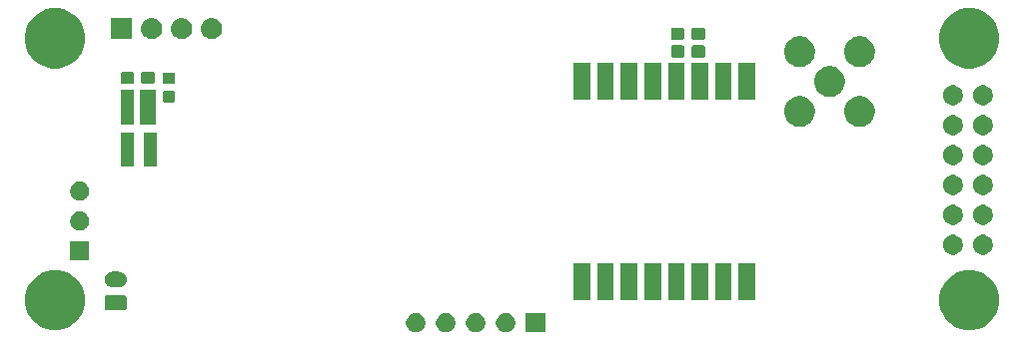
<source format=gts>
G04 #@! TF.GenerationSoftware,KiCad,Pcbnew,6.0.0-rc1-unknown-ad9916a~66~ubuntu18.04.1*
G04 #@! TF.CreationDate,2018-11-28T19:20:37-03:00*
G04 #@! TF.ProjectId,Femtosat,46656d74-6f73-4617-942e-6b696361645f,rev?*
G04 #@! TF.SameCoordinates,Original*
G04 #@! TF.FileFunction,Soldermask,Top*
G04 #@! TF.FilePolarity,Negative*
%FSLAX46Y46*%
G04 Gerber Fmt 4.6, Leading zero omitted, Abs format (unit mm)*
G04 Created by KiCad (PCBNEW 6.0.0-rc1-unknown-ad9916a~66~ubuntu18.04.1) date mié 28 nov 2018 19:20:37 -03*
%MOMM*%
%LPD*%
G01*
G04 APERTURE LIST*
%ADD10C,0.100000*%
G04 APERTURE END LIST*
D10*
G36*
X135157142Y-79648242D02*
X135305102Y-79709530D01*
X135438258Y-79798502D01*
X135551498Y-79911742D01*
X135640470Y-80044898D01*
X135701758Y-80192858D01*
X135733000Y-80349925D01*
X135733000Y-80510075D01*
X135701758Y-80667142D01*
X135656805Y-80775666D01*
X135640471Y-80815100D01*
X135551499Y-80948257D01*
X135438257Y-81061499D01*
X135372130Y-81105683D01*
X135305102Y-81150470D01*
X135157142Y-81211758D01*
X135000075Y-81243000D01*
X134839925Y-81243000D01*
X134682858Y-81211758D01*
X134534898Y-81150470D01*
X134467870Y-81105683D01*
X134401743Y-81061499D01*
X134288501Y-80948257D01*
X134199529Y-80815100D01*
X134183195Y-80775666D01*
X134138242Y-80667142D01*
X134107000Y-80510075D01*
X134107000Y-80349925D01*
X134138242Y-80192858D01*
X134199530Y-80044898D01*
X134288502Y-79911742D01*
X134401742Y-79798502D01*
X134534898Y-79709530D01*
X134682858Y-79648242D01*
X134839925Y-79617000D01*
X135000075Y-79617000D01*
X135157142Y-79648242D01*
X135157142Y-79648242D01*
G37*
G36*
X142777142Y-79648242D02*
X142925102Y-79709530D01*
X143058258Y-79798502D01*
X143171498Y-79911742D01*
X143260470Y-80044898D01*
X143321758Y-80192858D01*
X143353000Y-80349925D01*
X143353000Y-80510075D01*
X143321758Y-80667142D01*
X143276805Y-80775666D01*
X143260471Y-80815100D01*
X143171499Y-80948257D01*
X143058257Y-81061499D01*
X142992130Y-81105683D01*
X142925102Y-81150470D01*
X142777142Y-81211758D01*
X142620075Y-81243000D01*
X142459925Y-81243000D01*
X142302858Y-81211758D01*
X142154898Y-81150470D01*
X142087870Y-81105683D01*
X142021743Y-81061499D01*
X141908501Y-80948257D01*
X141819529Y-80815100D01*
X141803195Y-80775666D01*
X141758242Y-80667142D01*
X141727000Y-80510075D01*
X141727000Y-80349925D01*
X141758242Y-80192858D01*
X141819530Y-80044898D01*
X141908502Y-79911742D01*
X142021742Y-79798502D01*
X142154898Y-79709530D01*
X142302858Y-79648242D01*
X142459925Y-79617000D01*
X142620075Y-79617000D01*
X142777142Y-79648242D01*
X142777142Y-79648242D01*
G37*
G36*
X145893000Y-81243000D02*
X144267000Y-81243000D01*
X144267000Y-79617000D01*
X145893000Y-79617000D01*
X145893000Y-81243000D01*
X145893000Y-81243000D01*
G37*
G36*
X137697142Y-79648242D02*
X137845102Y-79709530D01*
X137978258Y-79798502D01*
X138091498Y-79911742D01*
X138180470Y-80044898D01*
X138241758Y-80192858D01*
X138273000Y-80349925D01*
X138273000Y-80510075D01*
X138241758Y-80667142D01*
X138196805Y-80775666D01*
X138180471Y-80815100D01*
X138091499Y-80948257D01*
X137978257Y-81061499D01*
X137912130Y-81105683D01*
X137845102Y-81150470D01*
X137697142Y-81211758D01*
X137540075Y-81243000D01*
X137379925Y-81243000D01*
X137222858Y-81211758D01*
X137074898Y-81150470D01*
X137007870Y-81105683D01*
X136941743Y-81061499D01*
X136828501Y-80948257D01*
X136739529Y-80815100D01*
X136723195Y-80775666D01*
X136678242Y-80667142D01*
X136647000Y-80510075D01*
X136647000Y-80349925D01*
X136678242Y-80192858D01*
X136739530Y-80044898D01*
X136828502Y-79911742D01*
X136941742Y-79798502D01*
X137074898Y-79709530D01*
X137222858Y-79648242D01*
X137379925Y-79617000D01*
X137540075Y-79617000D01*
X137697142Y-79648242D01*
X137697142Y-79648242D01*
G37*
G36*
X140237142Y-79648242D02*
X140385102Y-79709530D01*
X140518258Y-79798502D01*
X140631498Y-79911742D01*
X140720470Y-80044898D01*
X140781758Y-80192858D01*
X140813000Y-80349925D01*
X140813000Y-80510075D01*
X140781758Y-80667142D01*
X140736805Y-80775666D01*
X140720471Y-80815100D01*
X140631499Y-80948257D01*
X140518257Y-81061499D01*
X140452130Y-81105683D01*
X140385102Y-81150470D01*
X140237142Y-81211758D01*
X140080075Y-81243000D01*
X139919925Y-81243000D01*
X139762858Y-81211758D01*
X139614898Y-81150470D01*
X139547870Y-81105683D01*
X139481743Y-81061499D01*
X139368501Y-80948257D01*
X139279529Y-80815100D01*
X139263195Y-80775666D01*
X139218242Y-80667142D01*
X139187000Y-80510075D01*
X139187000Y-80349925D01*
X139218242Y-80192858D01*
X139279530Y-80044898D01*
X139368502Y-79911742D01*
X139481742Y-79798502D01*
X139614898Y-79709530D01*
X139762858Y-79648242D01*
X139919925Y-79617000D01*
X140080075Y-79617000D01*
X140237142Y-79648242D01*
X140237142Y-79648242D01*
G37*
G36*
X105104096Y-76062033D02*
X105104098Y-76062034D01*
X105104099Y-76062034D01*
X105568352Y-76254333D01*
X105766264Y-76386574D01*
X105986171Y-76533511D01*
X106341489Y-76888829D01*
X106341491Y-76888832D01*
X106620667Y-77306648D01*
X106812966Y-77770901D01*
X106812967Y-77770904D01*
X106911000Y-78263747D01*
X106911000Y-78766253D01*
X106818048Y-79233553D01*
X106812966Y-79259099D01*
X106620667Y-79723352D01*
X106405815Y-80044900D01*
X106341489Y-80141171D01*
X105986171Y-80496489D01*
X105986168Y-80496491D01*
X105568352Y-80775667D01*
X105104099Y-80967966D01*
X105104098Y-80967966D01*
X105104096Y-80967967D01*
X104611253Y-81066000D01*
X104108747Y-81066000D01*
X103615904Y-80967967D01*
X103615902Y-80967966D01*
X103615901Y-80967966D01*
X103151648Y-80775667D01*
X102733832Y-80496491D01*
X102733829Y-80496489D01*
X102378511Y-80141171D01*
X102314185Y-80044900D01*
X102099333Y-79723352D01*
X101907034Y-79259099D01*
X101901953Y-79233553D01*
X101809000Y-78766253D01*
X101809000Y-78263747D01*
X101907033Y-77770904D01*
X101907034Y-77770901D01*
X102099333Y-77306648D01*
X102378509Y-76888832D01*
X102378511Y-76888829D01*
X102733829Y-76533511D01*
X102953736Y-76386574D01*
X103151648Y-76254333D01*
X103615901Y-76062034D01*
X103615902Y-76062034D01*
X103615904Y-76062033D01*
X104108747Y-75964000D01*
X104611253Y-75964000D01*
X105104096Y-76062033D01*
X105104096Y-76062033D01*
G37*
G36*
X182584096Y-76062033D02*
X182584098Y-76062034D01*
X182584099Y-76062034D01*
X183048352Y-76254333D01*
X183246264Y-76386574D01*
X183466171Y-76533511D01*
X183821489Y-76888829D01*
X183821491Y-76888832D01*
X184100667Y-77306648D01*
X184292966Y-77770901D01*
X184292967Y-77770904D01*
X184391000Y-78263747D01*
X184391000Y-78766253D01*
X184298048Y-79233553D01*
X184292966Y-79259099D01*
X184100667Y-79723352D01*
X183885815Y-80044900D01*
X183821489Y-80141171D01*
X183466171Y-80496489D01*
X183466168Y-80496491D01*
X183048352Y-80775667D01*
X182584099Y-80967966D01*
X182584098Y-80967966D01*
X182584096Y-80967967D01*
X182091253Y-81066000D01*
X181588747Y-81066000D01*
X181095904Y-80967967D01*
X181095902Y-80967966D01*
X181095901Y-80967966D01*
X180631648Y-80775667D01*
X180213832Y-80496491D01*
X180213829Y-80496489D01*
X179858511Y-80141171D01*
X179794185Y-80044900D01*
X179579333Y-79723352D01*
X179387034Y-79259099D01*
X179381953Y-79233553D01*
X179289000Y-78766253D01*
X179289000Y-78263747D01*
X179387033Y-77770904D01*
X179387034Y-77770901D01*
X179579333Y-77306648D01*
X179858509Y-76888832D01*
X179858511Y-76888829D01*
X180213829Y-76533511D01*
X180433736Y-76386574D01*
X180631648Y-76254333D01*
X181095901Y-76062034D01*
X181095902Y-76062034D01*
X181095904Y-76062033D01*
X181588747Y-75964000D01*
X182091253Y-75964000D01*
X182584096Y-76062033D01*
X182584096Y-76062033D01*
G37*
G36*
X110266242Y-78103404D02*
X110303339Y-78114657D01*
X110337520Y-78132927D01*
X110367482Y-78157518D01*
X110392073Y-78187480D01*
X110410343Y-78221661D01*
X110421596Y-78258758D01*
X110426000Y-78303473D01*
X110426000Y-79196527D01*
X110421596Y-79241242D01*
X110410343Y-79278339D01*
X110392073Y-79312520D01*
X110367482Y-79342482D01*
X110337520Y-79367073D01*
X110303339Y-79385343D01*
X110266242Y-79396596D01*
X110221527Y-79401000D01*
X108778473Y-79401000D01*
X108733758Y-79396596D01*
X108696661Y-79385343D01*
X108662480Y-79367073D01*
X108632518Y-79342482D01*
X108607927Y-79312520D01*
X108589657Y-79278339D01*
X108578404Y-79241242D01*
X108574000Y-79196527D01*
X108574000Y-78303473D01*
X108578404Y-78258758D01*
X108589657Y-78221661D01*
X108607927Y-78187480D01*
X108632518Y-78157518D01*
X108662480Y-78132927D01*
X108696661Y-78114657D01*
X108733758Y-78103404D01*
X108778473Y-78099000D01*
X110221527Y-78099000D01*
X110266242Y-78103404D01*
X110266242Y-78103404D01*
G37*
G36*
X153701000Y-78501000D02*
X152299000Y-78501000D01*
X152299000Y-75399000D01*
X153701000Y-75399000D01*
X153701000Y-78501000D01*
X153701000Y-78501000D01*
G37*
G36*
X149701000Y-78501000D02*
X148299000Y-78501000D01*
X148299000Y-75399000D01*
X149701000Y-75399000D01*
X149701000Y-78501000D01*
X149701000Y-78501000D01*
G37*
G36*
X151701000Y-78501000D02*
X150299000Y-78501000D01*
X150299000Y-75399000D01*
X151701000Y-75399000D01*
X151701000Y-78501000D01*
X151701000Y-78501000D01*
G37*
G36*
X155701000Y-78501000D02*
X154299000Y-78501000D01*
X154299000Y-75399000D01*
X155701000Y-75399000D01*
X155701000Y-78501000D01*
X155701000Y-78501000D01*
G37*
G36*
X157701000Y-78501000D02*
X156299000Y-78501000D01*
X156299000Y-75399000D01*
X157701000Y-75399000D01*
X157701000Y-78501000D01*
X157701000Y-78501000D01*
G37*
G36*
X159701000Y-78501000D02*
X158299000Y-78501000D01*
X158299000Y-75399000D01*
X159701000Y-75399000D01*
X159701000Y-78501000D01*
X159701000Y-78501000D01*
G37*
G36*
X161701000Y-78501000D02*
X160299000Y-78501000D01*
X160299000Y-75399000D01*
X161701000Y-75399000D01*
X161701000Y-78501000D01*
X161701000Y-78501000D01*
G37*
G36*
X163701000Y-78501000D02*
X162299000Y-78501000D01*
X162299000Y-75399000D01*
X163701000Y-75399000D01*
X163701000Y-78501000D01*
X163701000Y-78501000D01*
G37*
G36*
X109838855Y-76102140D02*
X109902618Y-76108420D01*
X109984427Y-76133237D01*
X110025333Y-76145645D01*
X110125491Y-76199181D01*
X110138426Y-76206095D01*
X110237553Y-76287447D01*
X110318905Y-76386574D01*
X110318906Y-76386576D01*
X110379355Y-76499667D01*
X110379355Y-76499668D01*
X110416580Y-76622382D01*
X110429149Y-76750000D01*
X110416580Y-76877618D01*
X110413179Y-76888829D01*
X110379355Y-77000333D01*
X110325819Y-77100491D01*
X110318905Y-77113426D01*
X110237553Y-77212553D01*
X110138426Y-77293905D01*
X110138424Y-77293906D01*
X110025333Y-77354355D01*
X109984427Y-77366763D01*
X109902618Y-77391580D01*
X109838855Y-77397860D01*
X109806974Y-77401000D01*
X109193026Y-77401000D01*
X109161145Y-77397860D01*
X109097382Y-77391580D01*
X109015573Y-77366763D01*
X108974667Y-77354355D01*
X108861576Y-77293906D01*
X108861574Y-77293905D01*
X108762447Y-77212553D01*
X108681095Y-77113426D01*
X108674181Y-77100491D01*
X108620645Y-77000333D01*
X108586821Y-76888829D01*
X108583420Y-76877618D01*
X108570851Y-76750000D01*
X108583420Y-76622382D01*
X108620645Y-76499668D01*
X108620645Y-76499667D01*
X108681094Y-76386576D01*
X108681095Y-76386574D01*
X108762447Y-76287447D01*
X108861574Y-76206095D01*
X108874509Y-76199181D01*
X108974667Y-76145645D01*
X109015573Y-76133237D01*
X109097382Y-76108420D01*
X109161145Y-76102140D01*
X109193026Y-76099000D01*
X109806974Y-76099000D01*
X109838855Y-76102140D01*
X109838855Y-76102140D01*
G37*
G36*
X107263000Y-75153000D02*
X105637000Y-75153000D01*
X105637000Y-73527000D01*
X107263000Y-73527000D01*
X107263000Y-75153000D01*
X107263000Y-75153000D01*
G37*
G36*
X183228228Y-72996703D02*
X183383100Y-73060853D01*
X183522481Y-73153985D01*
X183641015Y-73272519D01*
X183734147Y-73411900D01*
X183798297Y-73566772D01*
X183831000Y-73731184D01*
X183831000Y-73898816D01*
X183798297Y-74063228D01*
X183734147Y-74218100D01*
X183641015Y-74357481D01*
X183522481Y-74476015D01*
X183383100Y-74569147D01*
X183228228Y-74633297D01*
X183063816Y-74666000D01*
X182896184Y-74666000D01*
X182731772Y-74633297D01*
X182576900Y-74569147D01*
X182437519Y-74476015D01*
X182318985Y-74357481D01*
X182225853Y-74218100D01*
X182161703Y-74063228D01*
X182129000Y-73898816D01*
X182129000Y-73731184D01*
X182161703Y-73566772D01*
X182225853Y-73411900D01*
X182318985Y-73272519D01*
X182437519Y-73153985D01*
X182576900Y-73060853D01*
X182731772Y-72996703D01*
X182896184Y-72964000D01*
X183063816Y-72964000D01*
X183228228Y-72996703D01*
X183228228Y-72996703D01*
G37*
G36*
X180688228Y-72996703D02*
X180843100Y-73060853D01*
X180982481Y-73153985D01*
X181101015Y-73272519D01*
X181194147Y-73411900D01*
X181258297Y-73566772D01*
X181291000Y-73731184D01*
X181291000Y-73898816D01*
X181258297Y-74063228D01*
X181194147Y-74218100D01*
X181101015Y-74357481D01*
X180982481Y-74476015D01*
X180843100Y-74569147D01*
X180688228Y-74633297D01*
X180523816Y-74666000D01*
X180356184Y-74666000D01*
X180191772Y-74633297D01*
X180036900Y-74569147D01*
X179897519Y-74476015D01*
X179778985Y-74357481D01*
X179685853Y-74218100D01*
X179621703Y-74063228D01*
X179589000Y-73898816D01*
X179589000Y-73731184D01*
X179621703Y-73566772D01*
X179685853Y-73411900D01*
X179778985Y-73272519D01*
X179897519Y-73153985D01*
X180036900Y-73060853D01*
X180191772Y-72996703D01*
X180356184Y-72964000D01*
X180523816Y-72964000D01*
X180688228Y-72996703D01*
X180688228Y-72996703D01*
G37*
G36*
X106687142Y-71018242D02*
X106835102Y-71079530D01*
X106968258Y-71168502D01*
X107081498Y-71281742D01*
X107170470Y-71414898D01*
X107231758Y-71562858D01*
X107263000Y-71719925D01*
X107263000Y-71880075D01*
X107231758Y-72037142D01*
X107170470Y-72185102D01*
X107081498Y-72318258D01*
X106968258Y-72431498D01*
X106835102Y-72520470D01*
X106687142Y-72581758D01*
X106530075Y-72613000D01*
X106369925Y-72613000D01*
X106212858Y-72581758D01*
X106064898Y-72520470D01*
X105931742Y-72431498D01*
X105818502Y-72318258D01*
X105729530Y-72185102D01*
X105668242Y-72037142D01*
X105637000Y-71880075D01*
X105637000Y-71719925D01*
X105668242Y-71562858D01*
X105729530Y-71414898D01*
X105818502Y-71281742D01*
X105931742Y-71168502D01*
X106064898Y-71079530D01*
X106212858Y-71018242D01*
X106369925Y-70987000D01*
X106530075Y-70987000D01*
X106687142Y-71018242D01*
X106687142Y-71018242D01*
G37*
G36*
X183228228Y-70456703D02*
X183383100Y-70520853D01*
X183522481Y-70613985D01*
X183641015Y-70732519D01*
X183734147Y-70871900D01*
X183798297Y-71026772D01*
X183831000Y-71191184D01*
X183831000Y-71358816D01*
X183798297Y-71523228D01*
X183734147Y-71678100D01*
X183641015Y-71817481D01*
X183522481Y-71936015D01*
X183383100Y-72029147D01*
X183228228Y-72093297D01*
X183063816Y-72126000D01*
X182896184Y-72126000D01*
X182731772Y-72093297D01*
X182576900Y-72029147D01*
X182437519Y-71936015D01*
X182318985Y-71817481D01*
X182225853Y-71678100D01*
X182161703Y-71523228D01*
X182129000Y-71358816D01*
X182129000Y-71191184D01*
X182161703Y-71026772D01*
X182225853Y-70871900D01*
X182318985Y-70732519D01*
X182437519Y-70613985D01*
X182576900Y-70520853D01*
X182731772Y-70456703D01*
X182896184Y-70424000D01*
X183063816Y-70424000D01*
X183228228Y-70456703D01*
X183228228Y-70456703D01*
G37*
G36*
X180688228Y-70456703D02*
X180843100Y-70520853D01*
X180982481Y-70613985D01*
X181101015Y-70732519D01*
X181194147Y-70871900D01*
X181258297Y-71026772D01*
X181291000Y-71191184D01*
X181291000Y-71358816D01*
X181258297Y-71523228D01*
X181194147Y-71678100D01*
X181101015Y-71817481D01*
X180982481Y-71936015D01*
X180843100Y-72029147D01*
X180688228Y-72093297D01*
X180523816Y-72126000D01*
X180356184Y-72126000D01*
X180191772Y-72093297D01*
X180036900Y-72029147D01*
X179897519Y-71936015D01*
X179778985Y-71817481D01*
X179685853Y-71678100D01*
X179621703Y-71523228D01*
X179589000Y-71358816D01*
X179589000Y-71191184D01*
X179621703Y-71026772D01*
X179685853Y-70871900D01*
X179778985Y-70732519D01*
X179897519Y-70613985D01*
X180036900Y-70520853D01*
X180191772Y-70456703D01*
X180356184Y-70424000D01*
X180523816Y-70424000D01*
X180688228Y-70456703D01*
X180688228Y-70456703D01*
G37*
G36*
X106687142Y-68478242D02*
X106835102Y-68539530D01*
X106968258Y-68628502D01*
X107081498Y-68741742D01*
X107170470Y-68874898D01*
X107231758Y-69022858D01*
X107263000Y-69179925D01*
X107263000Y-69340075D01*
X107231758Y-69497142D01*
X107170470Y-69645102D01*
X107081498Y-69778258D01*
X106968258Y-69891498D01*
X106835102Y-69980470D01*
X106687142Y-70041758D01*
X106530075Y-70073000D01*
X106369925Y-70073000D01*
X106212858Y-70041758D01*
X106064898Y-69980470D01*
X105931742Y-69891498D01*
X105818502Y-69778258D01*
X105729530Y-69645102D01*
X105668242Y-69497142D01*
X105637000Y-69340075D01*
X105637000Y-69179925D01*
X105668242Y-69022858D01*
X105729530Y-68874898D01*
X105818502Y-68741742D01*
X105931742Y-68628502D01*
X106064898Y-68539530D01*
X106212858Y-68478242D01*
X106369925Y-68447000D01*
X106530075Y-68447000D01*
X106687142Y-68478242D01*
X106687142Y-68478242D01*
G37*
G36*
X183228228Y-67916703D02*
X183383100Y-67980853D01*
X183522481Y-68073985D01*
X183641015Y-68192519D01*
X183734147Y-68331900D01*
X183798297Y-68486772D01*
X183831000Y-68651184D01*
X183831000Y-68818816D01*
X183798297Y-68983228D01*
X183734147Y-69138100D01*
X183641015Y-69277481D01*
X183522481Y-69396015D01*
X183383100Y-69489147D01*
X183228228Y-69553297D01*
X183063816Y-69586000D01*
X182896184Y-69586000D01*
X182731772Y-69553297D01*
X182576900Y-69489147D01*
X182437519Y-69396015D01*
X182318985Y-69277481D01*
X182225853Y-69138100D01*
X182161703Y-68983228D01*
X182129000Y-68818816D01*
X182129000Y-68651184D01*
X182161703Y-68486772D01*
X182225853Y-68331900D01*
X182318985Y-68192519D01*
X182437519Y-68073985D01*
X182576900Y-67980853D01*
X182731772Y-67916703D01*
X182896184Y-67884000D01*
X183063816Y-67884000D01*
X183228228Y-67916703D01*
X183228228Y-67916703D01*
G37*
G36*
X180688228Y-67916703D02*
X180843100Y-67980853D01*
X180982481Y-68073985D01*
X181101015Y-68192519D01*
X181194147Y-68331900D01*
X181258297Y-68486772D01*
X181291000Y-68651184D01*
X181291000Y-68818816D01*
X181258297Y-68983228D01*
X181194147Y-69138100D01*
X181101015Y-69277481D01*
X180982481Y-69396015D01*
X180843100Y-69489147D01*
X180688228Y-69553297D01*
X180523816Y-69586000D01*
X180356184Y-69586000D01*
X180191772Y-69553297D01*
X180036900Y-69489147D01*
X179897519Y-69396015D01*
X179778985Y-69277481D01*
X179685853Y-69138100D01*
X179621703Y-68983228D01*
X179589000Y-68818816D01*
X179589000Y-68651184D01*
X179621703Y-68486772D01*
X179685853Y-68331900D01*
X179778985Y-68192519D01*
X179897519Y-68073985D01*
X180036900Y-67980853D01*
X180191772Y-67916703D01*
X180356184Y-67884000D01*
X180523816Y-67884000D01*
X180688228Y-67916703D01*
X180688228Y-67916703D01*
G37*
G36*
X112951000Y-67176000D02*
X111849000Y-67176000D01*
X111849000Y-64274000D01*
X112951000Y-64274000D01*
X112951000Y-67176000D01*
X112951000Y-67176000D01*
G37*
G36*
X111051000Y-67176000D02*
X109949000Y-67176000D01*
X109949000Y-64274000D01*
X111051000Y-64274000D01*
X111051000Y-67176000D01*
X111051000Y-67176000D01*
G37*
G36*
X183228228Y-65376703D02*
X183383100Y-65440853D01*
X183522481Y-65533985D01*
X183641015Y-65652519D01*
X183734147Y-65791900D01*
X183798297Y-65946772D01*
X183831000Y-66111184D01*
X183831000Y-66278816D01*
X183798297Y-66443228D01*
X183734147Y-66598100D01*
X183641015Y-66737481D01*
X183522481Y-66856015D01*
X183383100Y-66949147D01*
X183228228Y-67013297D01*
X183063816Y-67046000D01*
X182896184Y-67046000D01*
X182731772Y-67013297D01*
X182576900Y-66949147D01*
X182437519Y-66856015D01*
X182318985Y-66737481D01*
X182225853Y-66598100D01*
X182161703Y-66443228D01*
X182129000Y-66278816D01*
X182129000Y-66111184D01*
X182161703Y-65946772D01*
X182225853Y-65791900D01*
X182318985Y-65652519D01*
X182437519Y-65533985D01*
X182576900Y-65440853D01*
X182731772Y-65376703D01*
X182896184Y-65344000D01*
X183063816Y-65344000D01*
X183228228Y-65376703D01*
X183228228Y-65376703D01*
G37*
G36*
X180688228Y-65376703D02*
X180843100Y-65440853D01*
X180982481Y-65533985D01*
X181101015Y-65652519D01*
X181194147Y-65791900D01*
X181258297Y-65946772D01*
X181291000Y-66111184D01*
X181291000Y-66278816D01*
X181258297Y-66443228D01*
X181194147Y-66598100D01*
X181101015Y-66737481D01*
X180982481Y-66856015D01*
X180843100Y-66949147D01*
X180688228Y-67013297D01*
X180523816Y-67046000D01*
X180356184Y-67046000D01*
X180191772Y-67013297D01*
X180036900Y-66949147D01*
X179897519Y-66856015D01*
X179778985Y-66737481D01*
X179685853Y-66598100D01*
X179621703Y-66443228D01*
X179589000Y-66278816D01*
X179589000Y-66111184D01*
X179621703Y-65946772D01*
X179685853Y-65791900D01*
X179778985Y-65652519D01*
X179897519Y-65533985D01*
X180036900Y-65440853D01*
X180191772Y-65376703D01*
X180356184Y-65344000D01*
X180523816Y-65344000D01*
X180688228Y-65376703D01*
X180688228Y-65376703D01*
G37*
G36*
X183228228Y-62836703D02*
X183383100Y-62900853D01*
X183522481Y-62993985D01*
X183641015Y-63112519D01*
X183734147Y-63251900D01*
X183798297Y-63406772D01*
X183831000Y-63571184D01*
X183831000Y-63738816D01*
X183798297Y-63903228D01*
X183734147Y-64058100D01*
X183641015Y-64197481D01*
X183522481Y-64316015D01*
X183383100Y-64409147D01*
X183228228Y-64473297D01*
X183063816Y-64506000D01*
X182896184Y-64506000D01*
X182731772Y-64473297D01*
X182576900Y-64409147D01*
X182437519Y-64316015D01*
X182318985Y-64197481D01*
X182225853Y-64058100D01*
X182161703Y-63903228D01*
X182129000Y-63738816D01*
X182129000Y-63571184D01*
X182161703Y-63406772D01*
X182225853Y-63251900D01*
X182318985Y-63112519D01*
X182437519Y-62993985D01*
X182576900Y-62900853D01*
X182731772Y-62836703D01*
X182896184Y-62804000D01*
X183063816Y-62804000D01*
X183228228Y-62836703D01*
X183228228Y-62836703D01*
G37*
G36*
X180688228Y-62836703D02*
X180843100Y-62900853D01*
X180982481Y-62993985D01*
X181101015Y-63112519D01*
X181194147Y-63251900D01*
X181258297Y-63406772D01*
X181291000Y-63571184D01*
X181291000Y-63738816D01*
X181258297Y-63903228D01*
X181194147Y-64058100D01*
X181101015Y-64197481D01*
X180982481Y-64316015D01*
X180843100Y-64409147D01*
X180688228Y-64473297D01*
X180523816Y-64506000D01*
X180356184Y-64506000D01*
X180191772Y-64473297D01*
X180036900Y-64409147D01*
X179897519Y-64316015D01*
X179778985Y-64197481D01*
X179685853Y-64058100D01*
X179621703Y-63903228D01*
X179589000Y-63738816D01*
X179589000Y-63571184D01*
X179621703Y-63406772D01*
X179685853Y-63251900D01*
X179778985Y-63112519D01*
X179897519Y-62993985D01*
X180036900Y-62900853D01*
X180191772Y-62836703D01*
X180356184Y-62804000D01*
X180523816Y-62804000D01*
X180688228Y-62836703D01*
X180688228Y-62836703D01*
G37*
G36*
X167839485Y-61238996D02*
X167839487Y-61238997D01*
X167839488Y-61238997D01*
X168076255Y-61337069D01*
X168289342Y-61479449D01*
X168470551Y-61660658D01*
X168612931Y-61873745D01*
X168711004Y-62110515D01*
X168761000Y-62361861D01*
X168761000Y-62618139D01*
X168711004Y-62869485D01*
X168612931Y-63106255D01*
X168470551Y-63319342D01*
X168289342Y-63500551D01*
X168289339Y-63500553D01*
X168076255Y-63642931D01*
X167839488Y-63741003D01*
X167839487Y-63741003D01*
X167839485Y-63741004D01*
X167588139Y-63791000D01*
X167331861Y-63791000D01*
X167080515Y-63741004D01*
X167080513Y-63741003D01*
X167080512Y-63741003D01*
X166843745Y-63642931D01*
X166630661Y-63500553D01*
X166630658Y-63500551D01*
X166449449Y-63319342D01*
X166307069Y-63106255D01*
X166208996Y-62869485D01*
X166159000Y-62618139D01*
X166159000Y-62361861D01*
X166208996Y-62110515D01*
X166307069Y-61873745D01*
X166449449Y-61660658D01*
X166630658Y-61479449D01*
X166843745Y-61337069D01*
X167080512Y-61238997D01*
X167080513Y-61238997D01*
X167080515Y-61238996D01*
X167331861Y-61189000D01*
X167588139Y-61189000D01*
X167839485Y-61238996D01*
X167839485Y-61238996D01*
G37*
G36*
X172919485Y-61238996D02*
X172919487Y-61238997D01*
X172919488Y-61238997D01*
X173156255Y-61337069D01*
X173369342Y-61479449D01*
X173550551Y-61660658D01*
X173692931Y-61873745D01*
X173791004Y-62110515D01*
X173841000Y-62361861D01*
X173841000Y-62618139D01*
X173791004Y-62869485D01*
X173692931Y-63106255D01*
X173550551Y-63319342D01*
X173369342Y-63500551D01*
X173369339Y-63500553D01*
X173156255Y-63642931D01*
X172919488Y-63741003D01*
X172919487Y-63741003D01*
X172919485Y-63741004D01*
X172668139Y-63791000D01*
X172411861Y-63791000D01*
X172160515Y-63741004D01*
X172160513Y-63741003D01*
X172160512Y-63741003D01*
X171923745Y-63642931D01*
X171710661Y-63500553D01*
X171710658Y-63500551D01*
X171529449Y-63319342D01*
X171387069Y-63106255D01*
X171288996Y-62869485D01*
X171239000Y-62618139D01*
X171239000Y-62361861D01*
X171288996Y-62110515D01*
X171387069Y-61873745D01*
X171529449Y-61660658D01*
X171710658Y-61479449D01*
X171923745Y-61337069D01*
X172160512Y-61238997D01*
X172160513Y-61238997D01*
X172160515Y-61238996D01*
X172411861Y-61189000D01*
X172668139Y-61189000D01*
X172919485Y-61238996D01*
X172919485Y-61238996D01*
G37*
G36*
X112871000Y-63576000D02*
X111569000Y-63576000D01*
X111569000Y-60674000D01*
X112871000Y-60674000D01*
X112871000Y-63576000D01*
X112871000Y-63576000D01*
G37*
G36*
X111051000Y-63576000D02*
X109949000Y-63576000D01*
X109949000Y-60674000D01*
X111051000Y-60674000D01*
X111051000Y-63576000D01*
X111051000Y-63576000D01*
G37*
G36*
X180688228Y-60296703D02*
X180843100Y-60360853D01*
X180982481Y-60453985D01*
X181101015Y-60572519D01*
X181194147Y-60711900D01*
X181258297Y-60866772D01*
X181291000Y-61031184D01*
X181291000Y-61198816D01*
X181258297Y-61363228D01*
X181194147Y-61518100D01*
X181101015Y-61657481D01*
X180982481Y-61776015D01*
X180843100Y-61869147D01*
X180688228Y-61933297D01*
X180523816Y-61966000D01*
X180356184Y-61966000D01*
X180191772Y-61933297D01*
X180036900Y-61869147D01*
X179897519Y-61776015D01*
X179778985Y-61657481D01*
X179685853Y-61518100D01*
X179621703Y-61363228D01*
X179589000Y-61198816D01*
X179589000Y-61031184D01*
X179621703Y-60866772D01*
X179685853Y-60711900D01*
X179778985Y-60572519D01*
X179897519Y-60453985D01*
X180036900Y-60360853D01*
X180191772Y-60296703D01*
X180356184Y-60264000D01*
X180523816Y-60264000D01*
X180688228Y-60296703D01*
X180688228Y-60296703D01*
G37*
G36*
X183228228Y-60296703D02*
X183383100Y-60360853D01*
X183522481Y-60453985D01*
X183641015Y-60572519D01*
X183734147Y-60711900D01*
X183798297Y-60866772D01*
X183831000Y-61031184D01*
X183831000Y-61198816D01*
X183798297Y-61363228D01*
X183734147Y-61518100D01*
X183641015Y-61657481D01*
X183522481Y-61776015D01*
X183383100Y-61869147D01*
X183228228Y-61933297D01*
X183063816Y-61966000D01*
X182896184Y-61966000D01*
X182731772Y-61933297D01*
X182576900Y-61869147D01*
X182437519Y-61776015D01*
X182318985Y-61657481D01*
X182225853Y-61518100D01*
X182161703Y-61363228D01*
X182129000Y-61198816D01*
X182129000Y-61031184D01*
X182161703Y-60866772D01*
X182225853Y-60711900D01*
X182318985Y-60572519D01*
X182437519Y-60453985D01*
X182576900Y-60360853D01*
X182731772Y-60296703D01*
X182896184Y-60264000D01*
X183063816Y-60264000D01*
X183228228Y-60296703D01*
X183228228Y-60296703D01*
G37*
G36*
X114379591Y-60753085D02*
X114413569Y-60763393D01*
X114444887Y-60780133D01*
X114472339Y-60802661D01*
X114494867Y-60830113D01*
X114511607Y-60861431D01*
X114521915Y-60895409D01*
X114526000Y-60936890D01*
X114526000Y-61538110D01*
X114521915Y-61579591D01*
X114511607Y-61613569D01*
X114494867Y-61644887D01*
X114472339Y-61672339D01*
X114444887Y-61694867D01*
X114413569Y-61711607D01*
X114379591Y-61721915D01*
X114338110Y-61726000D01*
X113661890Y-61726000D01*
X113620409Y-61721915D01*
X113586431Y-61711607D01*
X113555113Y-61694867D01*
X113527661Y-61672339D01*
X113505133Y-61644887D01*
X113488393Y-61613569D01*
X113478085Y-61579591D01*
X113474000Y-61538110D01*
X113474000Y-60936890D01*
X113478085Y-60895409D01*
X113488393Y-60861431D01*
X113505133Y-60830113D01*
X113527661Y-60802661D01*
X113555113Y-60780133D01*
X113586431Y-60763393D01*
X113620409Y-60753085D01*
X113661890Y-60749000D01*
X114338110Y-60749000D01*
X114379591Y-60753085D01*
X114379591Y-60753085D01*
G37*
G36*
X163701000Y-61501000D02*
X162299000Y-61501000D01*
X162299000Y-58399000D01*
X163701000Y-58399000D01*
X163701000Y-61501000D01*
X163701000Y-61501000D01*
G37*
G36*
X161701000Y-61501000D02*
X160299000Y-61501000D01*
X160299000Y-58399000D01*
X161701000Y-58399000D01*
X161701000Y-61501000D01*
X161701000Y-61501000D01*
G37*
G36*
X149701000Y-61501000D02*
X148299000Y-61501000D01*
X148299000Y-58399000D01*
X149701000Y-58399000D01*
X149701000Y-61501000D01*
X149701000Y-61501000D01*
G37*
G36*
X151701000Y-61501000D02*
X150299000Y-61501000D01*
X150299000Y-58399000D01*
X151701000Y-58399000D01*
X151701000Y-61501000D01*
X151701000Y-61501000D01*
G37*
G36*
X153701000Y-61501000D02*
X152299000Y-61501000D01*
X152299000Y-58399000D01*
X153701000Y-58399000D01*
X153701000Y-61501000D01*
X153701000Y-61501000D01*
G37*
G36*
X155701000Y-61501000D02*
X154299000Y-61501000D01*
X154299000Y-58399000D01*
X155701000Y-58399000D01*
X155701000Y-61501000D01*
X155701000Y-61501000D01*
G37*
G36*
X157701000Y-61501000D02*
X156299000Y-61501000D01*
X156299000Y-58399000D01*
X157701000Y-58399000D01*
X157701000Y-61501000D01*
X157701000Y-61501000D01*
G37*
G36*
X159701000Y-61501000D02*
X158299000Y-61501000D01*
X158299000Y-58399000D01*
X159701000Y-58399000D01*
X159701000Y-61501000D01*
X159701000Y-61501000D01*
G37*
G36*
X170379485Y-58698996D02*
X170379487Y-58698997D01*
X170379488Y-58698997D01*
X170473570Y-58737967D01*
X170616255Y-58797069D01*
X170829342Y-58939449D01*
X171010551Y-59120658D01*
X171152931Y-59333745D01*
X171251004Y-59570515D01*
X171301000Y-59821861D01*
X171301000Y-60078139D01*
X171251004Y-60329485D01*
X171152931Y-60566255D01*
X171010551Y-60779342D01*
X170829342Y-60960551D01*
X170829339Y-60960553D01*
X170616255Y-61102931D01*
X170379488Y-61201003D01*
X170379487Y-61201003D01*
X170379485Y-61201004D01*
X170128139Y-61251000D01*
X169871861Y-61251000D01*
X169620515Y-61201004D01*
X169620513Y-61201003D01*
X169620512Y-61201003D01*
X169383745Y-61102931D01*
X169170661Y-60960553D01*
X169170658Y-60960551D01*
X168989449Y-60779342D01*
X168847069Y-60566255D01*
X168748996Y-60329485D01*
X168699000Y-60078139D01*
X168699000Y-59821861D01*
X168748996Y-59570515D01*
X168847069Y-59333745D01*
X168989449Y-59120658D01*
X169170658Y-58939449D01*
X169383745Y-58797069D01*
X169526430Y-58737967D01*
X169620512Y-58698997D01*
X169620513Y-58698997D01*
X169620515Y-58698996D01*
X169871861Y-58649000D01*
X170128139Y-58649000D01*
X170379485Y-58698996D01*
X170379485Y-58698996D01*
G37*
G36*
X112639499Y-59128445D02*
X112676993Y-59139819D01*
X112711557Y-59158294D01*
X112741847Y-59183153D01*
X112766706Y-59213443D01*
X112785181Y-59248007D01*
X112796555Y-59285501D01*
X112801000Y-59330638D01*
X112801000Y-59969362D01*
X112796555Y-60014499D01*
X112785181Y-60051993D01*
X112766706Y-60086557D01*
X112741847Y-60116847D01*
X112711557Y-60141706D01*
X112676993Y-60160181D01*
X112639499Y-60171555D01*
X112594362Y-60176000D01*
X111855638Y-60176000D01*
X111810501Y-60171555D01*
X111773007Y-60160181D01*
X111738443Y-60141706D01*
X111708153Y-60116847D01*
X111683294Y-60086557D01*
X111664819Y-60051993D01*
X111653445Y-60014499D01*
X111649000Y-59969362D01*
X111649000Y-59330638D01*
X111653445Y-59285501D01*
X111664819Y-59248007D01*
X111683294Y-59213443D01*
X111708153Y-59183153D01*
X111738443Y-59158294D01*
X111773007Y-59139819D01*
X111810501Y-59128445D01*
X111855638Y-59124000D01*
X112594362Y-59124000D01*
X112639499Y-59128445D01*
X112639499Y-59128445D01*
G37*
G36*
X110889499Y-59128445D02*
X110926993Y-59139819D01*
X110961557Y-59158294D01*
X110991847Y-59183153D01*
X111016706Y-59213443D01*
X111035181Y-59248007D01*
X111046555Y-59285501D01*
X111051000Y-59330638D01*
X111051000Y-59969362D01*
X111046555Y-60014499D01*
X111035181Y-60051993D01*
X111016706Y-60086557D01*
X110991847Y-60116847D01*
X110961557Y-60141706D01*
X110926993Y-60160181D01*
X110889499Y-60171555D01*
X110844362Y-60176000D01*
X110105638Y-60176000D01*
X110060501Y-60171555D01*
X110023007Y-60160181D01*
X109988443Y-60141706D01*
X109958153Y-60116847D01*
X109933294Y-60086557D01*
X109914819Y-60051993D01*
X109903445Y-60014499D01*
X109899000Y-59969362D01*
X109899000Y-59330638D01*
X109903445Y-59285501D01*
X109914819Y-59248007D01*
X109933294Y-59213443D01*
X109958153Y-59183153D01*
X109988443Y-59158294D01*
X110023007Y-59139819D01*
X110060501Y-59128445D01*
X110105638Y-59124000D01*
X110844362Y-59124000D01*
X110889499Y-59128445D01*
X110889499Y-59128445D01*
G37*
G36*
X114379591Y-59178085D02*
X114413569Y-59188393D01*
X114444887Y-59205133D01*
X114472339Y-59227661D01*
X114494867Y-59255113D01*
X114511607Y-59286431D01*
X114521915Y-59320409D01*
X114526000Y-59361890D01*
X114526000Y-59963110D01*
X114521915Y-60004591D01*
X114511607Y-60038569D01*
X114494867Y-60069887D01*
X114472339Y-60097339D01*
X114444887Y-60119867D01*
X114413569Y-60136607D01*
X114379591Y-60146915D01*
X114338110Y-60151000D01*
X113661890Y-60151000D01*
X113620409Y-60146915D01*
X113586431Y-60136607D01*
X113555113Y-60119867D01*
X113527661Y-60097339D01*
X113505133Y-60069887D01*
X113488393Y-60038569D01*
X113478085Y-60004591D01*
X113474000Y-59963110D01*
X113474000Y-59361890D01*
X113478085Y-59320409D01*
X113488393Y-59286431D01*
X113505133Y-59255113D01*
X113527661Y-59227661D01*
X113555113Y-59205133D01*
X113586431Y-59188393D01*
X113620409Y-59178085D01*
X113661890Y-59174000D01*
X114338110Y-59174000D01*
X114379591Y-59178085D01*
X114379591Y-59178085D01*
G37*
G36*
X182584096Y-53832033D02*
X182584098Y-53832034D01*
X182584099Y-53832034D01*
X183048352Y-54024333D01*
X183464284Y-54302250D01*
X183466171Y-54303511D01*
X183821489Y-54658829D01*
X183821491Y-54658832D01*
X184100667Y-55076648D01*
X184292966Y-55540901D01*
X184292967Y-55540904D01*
X184391000Y-56033747D01*
X184391000Y-56536253D01*
X184300568Y-56990885D01*
X184292966Y-57029099D01*
X184100667Y-57493352D01*
X183863051Y-57848969D01*
X183821489Y-57911171D01*
X183466171Y-58266489D01*
X183466168Y-58266491D01*
X183048352Y-58545667D01*
X182584099Y-58737966D01*
X182584098Y-58737966D01*
X182584096Y-58737967D01*
X182091253Y-58836000D01*
X181588747Y-58836000D01*
X181095904Y-58737967D01*
X181095902Y-58737966D01*
X181095901Y-58737966D01*
X180631648Y-58545667D01*
X180213832Y-58266491D01*
X180213829Y-58266489D01*
X179858511Y-57911171D01*
X179816949Y-57848969D01*
X179579333Y-57493352D01*
X179387034Y-57029099D01*
X179379433Y-56990885D01*
X179289000Y-56536253D01*
X179289000Y-56033747D01*
X179387033Y-55540904D01*
X179387034Y-55540901D01*
X179579333Y-55076648D01*
X179858509Y-54658832D01*
X179858511Y-54658829D01*
X180213829Y-54303511D01*
X180215716Y-54302250D01*
X180631648Y-54024333D01*
X181095901Y-53832034D01*
X181095902Y-53832034D01*
X181095904Y-53832033D01*
X181588747Y-53734000D01*
X182091253Y-53734000D01*
X182584096Y-53832033D01*
X182584096Y-53832033D01*
G37*
G36*
X105104096Y-53832033D02*
X105104098Y-53832034D01*
X105104099Y-53832034D01*
X105568352Y-54024333D01*
X105984284Y-54302250D01*
X105986171Y-54303511D01*
X106341489Y-54658829D01*
X106341491Y-54658832D01*
X106620667Y-55076648D01*
X106812966Y-55540901D01*
X106812967Y-55540904D01*
X106911000Y-56033747D01*
X106911000Y-56536253D01*
X106820568Y-56990885D01*
X106812966Y-57029099D01*
X106620667Y-57493352D01*
X106383051Y-57848969D01*
X106341489Y-57911171D01*
X105986171Y-58266489D01*
X105986168Y-58266491D01*
X105568352Y-58545667D01*
X105104099Y-58737966D01*
X105104098Y-58737966D01*
X105104096Y-58737967D01*
X104611253Y-58836000D01*
X104108747Y-58836000D01*
X103615904Y-58737967D01*
X103615902Y-58737966D01*
X103615901Y-58737966D01*
X103151648Y-58545667D01*
X102733832Y-58266491D01*
X102733829Y-58266489D01*
X102378511Y-57911171D01*
X102336949Y-57848969D01*
X102099333Y-57493352D01*
X101907034Y-57029099D01*
X101899433Y-56990885D01*
X101809000Y-56536253D01*
X101809000Y-56033747D01*
X101907033Y-55540904D01*
X101907034Y-55540901D01*
X102099333Y-55076648D01*
X102378509Y-54658832D01*
X102378511Y-54658829D01*
X102733829Y-54303511D01*
X102735716Y-54302250D01*
X103151648Y-54024333D01*
X103615901Y-53832034D01*
X103615902Y-53832034D01*
X103615904Y-53832033D01*
X104108747Y-53734000D01*
X104611253Y-53734000D01*
X105104096Y-53832033D01*
X105104096Y-53832033D01*
G37*
G36*
X172919485Y-56158996D02*
X172919487Y-56158997D01*
X172919488Y-56158997D01*
X173025187Y-56202779D01*
X173156255Y-56257069D01*
X173369342Y-56399449D01*
X173550551Y-56580658D01*
X173550553Y-56580661D01*
X173692931Y-56793745D01*
X173790418Y-57029099D01*
X173791004Y-57030515D01*
X173841000Y-57281861D01*
X173841000Y-57538139D01*
X173796144Y-57763646D01*
X173791003Y-57789488D01*
X173740600Y-57911171D01*
X173692931Y-58026255D01*
X173550551Y-58239342D01*
X173369342Y-58420551D01*
X173369339Y-58420553D01*
X173156255Y-58562931D01*
X172919488Y-58661003D01*
X172919487Y-58661003D01*
X172919485Y-58661004D01*
X172668139Y-58711000D01*
X172411861Y-58711000D01*
X172160515Y-58661004D01*
X172160513Y-58661003D01*
X172160512Y-58661003D01*
X171923745Y-58562931D01*
X171710661Y-58420553D01*
X171710658Y-58420551D01*
X171529449Y-58239342D01*
X171387069Y-58026255D01*
X171339400Y-57911171D01*
X171288997Y-57789488D01*
X171283857Y-57763646D01*
X171239000Y-57538139D01*
X171239000Y-57281861D01*
X171288996Y-57030515D01*
X171289583Y-57029099D01*
X171387069Y-56793745D01*
X171529447Y-56580661D01*
X171529449Y-56580658D01*
X171710658Y-56399449D01*
X171923745Y-56257069D01*
X172054813Y-56202779D01*
X172160512Y-56158997D01*
X172160513Y-56158997D01*
X172160515Y-56158996D01*
X172411861Y-56109000D01*
X172668139Y-56109000D01*
X172919485Y-56158996D01*
X172919485Y-56158996D01*
G37*
G36*
X167839485Y-56158996D02*
X167839487Y-56158997D01*
X167839488Y-56158997D01*
X167945187Y-56202779D01*
X168076255Y-56257069D01*
X168289342Y-56399449D01*
X168470551Y-56580658D01*
X168470553Y-56580661D01*
X168612931Y-56793745D01*
X168710418Y-57029099D01*
X168711004Y-57030515D01*
X168761000Y-57281861D01*
X168761000Y-57538139D01*
X168716144Y-57763646D01*
X168711003Y-57789488D01*
X168660600Y-57911171D01*
X168612931Y-58026255D01*
X168470551Y-58239342D01*
X168289342Y-58420551D01*
X168289339Y-58420553D01*
X168076255Y-58562931D01*
X167839488Y-58661003D01*
X167839487Y-58661003D01*
X167839485Y-58661004D01*
X167588139Y-58711000D01*
X167331861Y-58711000D01*
X167080515Y-58661004D01*
X167080513Y-58661003D01*
X167080512Y-58661003D01*
X166843745Y-58562931D01*
X166630661Y-58420553D01*
X166630658Y-58420551D01*
X166449449Y-58239342D01*
X166307069Y-58026255D01*
X166259400Y-57911171D01*
X166208997Y-57789488D01*
X166203857Y-57763646D01*
X166159000Y-57538139D01*
X166159000Y-57281861D01*
X166208996Y-57030515D01*
X166209583Y-57029099D01*
X166307069Y-56793745D01*
X166449447Y-56580661D01*
X166449449Y-56580658D01*
X166630658Y-56399449D01*
X166843745Y-56257069D01*
X166974813Y-56202779D01*
X167080512Y-56158997D01*
X167080513Y-56158997D01*
X167080515Y-56158996D01*
X167331861Y-56109000D01*
X167588139Y-56109000D01*
X167839485Y-56158996D01*
X167839485Y-56158996D01*
G37*
G36*
X157539499Y-56878445D02*
X157576993Y-56889819D01*
X157611557Y-56908294D01*
X157641847Y-56933153D01*
X157666706Y-56963443D01*
X157685181Y-56998007D01*
X157696555Y-57035501D01*
X157701000Y-57080638D01*
X157701000Y-57719362D01*
X157696555Y-57764499D01*
X157685181Y-57801993D01*
X157666706Y-57836557D01*
X157641847Y-57866847D01*
X157611557Y-57891706D01*
X157576993Y-57910181D01*
X157539499Y-57921555D01*
X157494362Y-57926000D01*
X156755638Y-57926000D01*
X156710501Y-57921555D01*
X156673007Y-57910181D01*
X156638443Y-57891706D01*
X156608153Y-57866847D01*
X156583294Y-57836557D01*
X156564819Y-57801993D01*
X156553445Y-57764499D01*
X156549000Y-57719362D01*
X156549000Y-57080638D01*
X156553445Y-57035501D01*
X156564819Y-56998007D01*
X156583294Y-56963443D01*
X156608153Y-56933153D01*
X156638443Y-56908294D01*
X156673007Y-56889819D01*
X156710501Y-56878445D01*
X156755638Y-56874000D01*
X157494362Y-56874000D01*
X157539499Y-56878445D01*
X157539499Y-56878445D01*
G37*
G36*
X159289499Y-56878445D02*
X159326993Y-56889819D01*
X159361557Y-56908294D01*
X159391847Y-56933153D01*
X159416706Y-56963443D01*
X159435181Y-56998007D01*
X159446555Y-57035501D01*
X159451000Y-57080638D01*
X159451000Y-57719362D01*
X159446555Y-57764499D01*
X159435181Y-57801993D01*
X159416706Y-57836557D01*
X159391847Y-57866847D01*
X159361557Y-57891706D01*
X159326993Y-57910181D01*
X159289499Y-57921555D01*
X159244362Y-57926000D01*
X158505638Y-57926000D01*
X158460501Y-57921555D01*
X158423007Y-57910181D01*
X158388443Y-57891706D01*
X158358153Y-57866847D01*
X158333294Y-57836557D01*
X158314819Y-57801993D01*
X158303445Y-57764499D01*
X158299000Y-57719362D01*
X158299000Y-57080638D01*
X158303445Y-57035501D01*
X158314819Y-56998007D01*
X158333294Y-56963443D01*
X158358153Y-56933153D01*
X158388443Y-56908294D01*
X158423007Y-56889819D01*
X158460501Y-56878445D01*
X158505638Y-56874000D01*
X159244362Y-56874000D01*
X159289499Y-56878445D01*
X159289499Y-56878445D01*
G37*
G36*
X157539499Y-55378445D02*
X157576993Y-55389819D01*
X157611557Y-55408294D01*
X157641847Y-55433153D01*
X157666706Y-55463443D01*
X157685181Y-55498007D01*
X157696555Y-55535501D01*
X157701000Y-55580638D01*
X157701000Y-56219362D01*
X157696555Y-56264499D01*
X157685181Y-56301993D01*
X157666706Y-56336557D01*
X157641847Y-56366847D01*
X157611557Y-56391706D01*
X157576993Y-56410181D01*
X157539499Y-56421555D01*
X157494362Y-56426000D01*
X156755638Y-56426000D01*
X156710501Y-56421555D01*
X156673007Y-56410181D01*
X156638443Y-56391706D01*
X156608153Y-56366847D01*
X156583294Y-56336557D01*
X156564819Y-56301993D01*
X156553445Y-56264499D01*
X156549000Y-56219362D01*
X156549000Y-55580638D01*
X156553445Y-55535501D01*
X156564819Y-55498007D01*
X156583294Y-55463443D01*
X156608153Y-55433153D01*
X156638443Y-55408294D01*
X156673007Y-55389819D01*
X156710501Y-55378445D01*
X156755638Y-55374000D01*
X157494362Y-55374000D01*
X157539499Y-55378445D01*
X157539499Y-55378445D01*
G37*
G36*
X159289499Y-55378445D02*
X159326993Y-55389819D01*
X159361557Y-55408294D01*
X159391847Y-55433153D01*
X159416706Y-55463443D01*
X159435181Y-55498007D01*
X159446555Y-55535501D01*
X159451000Y-55580638D01*
X159451000Y-56219362D01*
X159446555Y-56264499D01*
X159435181Y-56301993D01*
X159416706Y-56336557D01*
X159391847Y-56366847D01*
X159361557Y-56391706D01*
X159326993Y-56410181D01*
X159289499Y-56421555D01*
X159244362Y-56426000D01*
X158505638Y-56426000D01*
X158460501Y-56421555D01*
X158423007Y-56410181D01*
X158388443Y-56391706D01*
X158358153Y-56366847D01*
X158333294Y-56336557D01*
X158314819Y-56301993D01*
X158303445Y-56264499D01*
X158299000Y-56219362D01*
X158299000Y-55580638D01*
X158303445Y-55535501D01*
X158314819Y-55498007D01*
X158333294Y-55463443D01*
X158358153Y-55433153D01*
X158388443Y-55408294D01*
X158423007Y-55389819D01*
X158460501Y-55378445D01*
X158505638Y-55374000D01*
X159244362Y-55374000D01*
X159289499Y-55378445D01*
X159289499Y-55378445D01*
G37*
G36*
X110901000Y-56351000D02*
X109099000Y-56351000D01*
X109099000Y-54549000D01*
X110901000Y-54549000D01*
X110901000Y-56351000D01*
X110901000Y-56351000D01*
G37*
G36*
X112650443Y-54555519D02*
X112716627Y-54562037D01*
X112829853Y-54596384D01*
X112886467Y-54613557D01*
X112971169Y-54658832D01*
X113042991Y-54697222D01*
X113078729Y-54726552D01*
X113180186Y-54809814D01*
X113263448Y-54911271D01*
X113292778Y-54947009D01*
X113292779Y-54947011D01*
X113376443Y-55103533D01*
X113376443Y-55103534D01*
X113427963Y-55273373D01*
X113445359Y-55450000D01*
X113427963Y-55626627D01*
X113424816Y-55637000D01*
X113376443Y-55796467D01*
X113302348Y-55935087D01*
X113292778Y-55952991D01*
X113263448Y-55988729D01*
X113180186Y-56090186D01*
X113078729Y-56173448D01*
X113042991Y-56202778D01*
X113042989Y-56202779D01*
X112886467Y-56286443D01*
X112829853Y-56303616D01*
X112716627Y-56337963D01*
X112650443Y-56344481D01*
X112584260Y-56351000D01*
X112495740Y-56351000D01*
X112429557Y-56344481D01*
X112363373Y-56337963D01*
X112250147Y-56303616D01*
X112193533Y-56286443D01*
X112037011Y-56202779D01*
X112037009Y-56202778D01*
X112001271Y-56173448D01*
X111899814Y-56090186D01*
X111816552Y-55988729D01*
X111787222Y-55952991D01*
X111777652Y-55935087D01*
X111703557Y-55796467D01*
X111655184Y-55637000D01*
X111652037Y-55626627D01*
X111634641Y-55450000D01*
X111652037Y-55273373D01*
X111703557Y-55103534D01*
X111703557Y-55103533D01*
X111787221Y-54947011D01*
X111787222Y-54947009D01*
X111816552Y-54911271D01*
X111899814Y-54809814D01*
X112001271Y-54726552D01*
X112037009Y-54697222D01*
X112108831Y-54658832D01*
X112193533Y-54613557D01*
X112250147Y-54596384D01*
X112363373Y-54562037D01*
X112429557Y-54555519D01*
X112495740Y-54549000D01*
X112584260Y-54549000D01*
X112650443Y-54555519D01*
X112650443Y-54555519D01*
G37*
G36*
X115190443Y-54555519D02*
X115256627Y-54562037D01*
X115369853Y-54596384D01*
X115426467Y-54613557D01*
X115511169Y-54658832D01*
X115582991Y-54697222D01*
X115618729Y-54726552D01*
X115720186Y-54809814D01*
X115803448Y-54911271D01*
X115832778Y-54947009D01*
X115832779Y-54947011D01*
X115916443Y-55103533D01*
X115916443Y-55103534D01*
X115967963Y-55273373D01*
X115985359Y-55450000D01*
X115967963Y-55626627D01*
X115964816Y-55637000D01*
X115916443Y-55796467D01*
X115842348Y-55935087D01*
X115832778Y-55952991D01*
X115803448Y-55988729D01*
X115720186Y-56090186D01*
X115618729Y-56173448D01*
X115582991Y-56202778D01*
X115582989Y-56202779D01*
X115426467Y-56286443D01*
X115369853Y-56303616D01*
X115256627Y-56337963D01*
X115190443Y-56344481D01*
X115124260Y-56351000D01*
X115035740Y-56351000D01*
X114969557Y-56344481D01*
X114903373Y-56337963D01*
X114790147Y-56303616D01*
X114733533Y-56286443D01*
X114577011Y-56202779D01*
X114577009Y-56202778D01*
X114541271Y-56173448D01*
X114439814Y-56090186D01*
X114356552Y-55988729D01*
X114327222Y-55952991D01*
X114317652Y-55935087D01*
X114243557Y-55796467D01*
X114195184Y-55637000D01*
X114192037Y-55626627D01*
X114174641Y-55450000D01*
X114192037Y-55273373D01*
X114243557Y-55103534D01*
X114243557Y-55103533D01*
X114327221Y-54947011D01*
X114327222Y-54947009D01*
X114356552Y-54911271D01*
X114439814Y-54809814D01*
X114541271Y-54726552D01*
X114577009Y-54697222D01*
X114648831Y-54658832D01*
X114733533Y-54613557D01*
X114790147Y-54596384D01*
X114903373Y-54562037D01*
X114969557Y-54555519D01*
X115035740Y-54549000D01*
X115124260Y-54549000D01*
X115190443Y-54555519D01*
X115190443Y-54555519D01*
G37*
G36*
X117730443Y-54555519D02*
X117796627Y-54562037D01*
X117909853Y-54596384D01*
X117966467Y-54613557D01*
X118051169Y-54658832D01*
X118122991Y-54697222D01*
X118158729Y-54726552D01*
X118260186Y-54809814D01*
X118343448Y-54911271D01*
X118372778Y-54947009D01*
X118372779Y-54947011D01*
X118456443Y-55103533D01*
X118456443Y-55103534D01*
X118507963Y-55273373D01*
X118525359Y-55450000D01*
X118507963Y-55626627D01*
X118504816Y-55637000D01*
X118456443Y-55796467D01*
X118382348Y-55935087D01*
X118372778Y-55952991D01*
X118343448Y-55988729D01*
X118260186Y-56090186D01*
X118158729Y-56173448D01*
X118122991Y-56202778D01*
X118122989Y-56202779D01*
X117966467Y-56286443D01*
X117909853Y-56303616D01*
X117796627Y-56337963D01*
X117730443Y-56344481D01*
X117664260Y-56351000D01*
X117575740Y-56351000D01*
X117509557Y-56344481D01*
X117443373Y-56337963D01*
X117330147Y-56303616D01*
X117273533Y-56286443D01*
X117117011Y-56202779D01*
X117117009Y-56202778D01*
X117081271Y-56173448D01*
X116979814Y-56090186D01*
X116896552Y-55988729D01*
X116867222Y-55952991D01*
X116857652Y-55935087D01*
X116783557Y-55796467D01*
X116735184Y-55637000D01*
X116732037Y-55626627D01*
X116714641Y-55450000D01*
X116732037Y-55273373D01*
X116783557Y-55103534D01*
X116783557Y-55103533D01*
X116867221Y-54947011D01*
X116867222Y-54947009D01*
X116896552Y-54911271D01*
X116979814Y-54809814D01*
X117081271Y-54726552D01*
X117117009Y-54697222D01*
X117188831Y-54658832D01*
X117273533Y-54613557D01*
X117330147Y-54596384D01*
X117443373Y-54562037D01*
X117509557Y-54555519D01*
X117575740Y-54549000D01*
X117664260Y-54549000D01*
X117730443Y-54555519D01*
X117730443Y-54555519D01*
G37*
M02*

</source>
